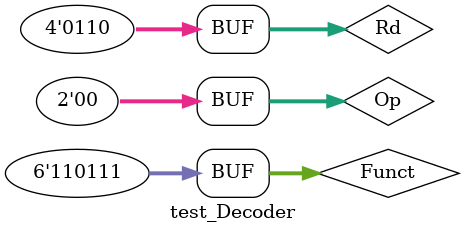
<source format=v>
`timescale 1ns / 1ps


module test_Decoder(

    );
    
    reg [3:0] Rd;
    reg [1:0] Op;
    reg [5:0] Funct;
    wire PCS, RegW, MemW, MemtoReg, ALUSrc;
    wire [1:0] ImmSrc;
    wire [1:0] RegSrc;
    wire NoWrite;
    wire [1:0] ALUControl;
    wire [1:0] FlagW;
    
    Decoder dut (Rd, Op, Funct, PCS, RegW, MemW, MemtoReg, ALUSrc, ImmSrc, RegSrc, NoWrite, ALUControl, FlagW);
    
    initial begin
        // LDR with +ve immediate offset
        Rd = 4'b0000; Op = 2'b01; Funct = 6'b0x10x1; #20;
        // STR with +ve immediate offset
        Rd = 4'b0001; Op = 2'b01; Funct = 6'b0x10x0; #20;
        // LDR with -ve immediate offset
        Rd = 4'b0000; Op = 2'b01; Funct = 6'b0x00x1; #20;
        // STR with -ve immediate offset
        Rd = 4'b0001; Op = 2'b01; Funct = 6'b0x00x0; #20;
        // Add Imm 
        Rd = 4'b0010; Op = 2'b00; Funct = 6'b101000; #20;
        // Sub Reg
        Rd = 4'b0011; Op = 2'b00; Funct = 6'b000100; #50;
        // B
        Rd = 4'b0100; Op = 2'b10; Funct = 6'b10xxxx; #50;
        // CMP
        Rd = 4'b0101; Op = 2'b00; Funct = 6'b110101; #50;
        // CMN
        Rd = 4'b0110; Op = 2'b00; Funct = 6'b110111; #50;
    end
        
endmodule
</source>
